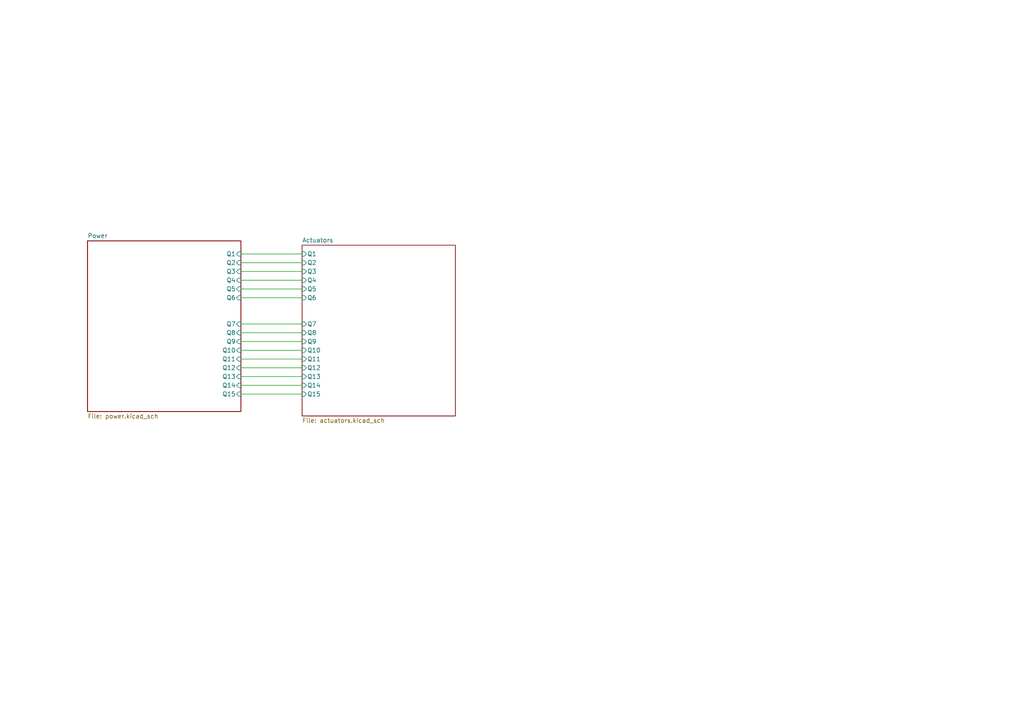
<source format=kicad_sch>
(kicad_sch (version 20230121) (generator eeschema)
  (paper "A4")
  (title_block (title "IntelliMate Prototype") (date "2023-05-15") (rev "0"))
  (lib_symbols)
  (wire (pts (xy 69.85 109.22) (xy 87.63 109.22)))
  (wire (pts (xy 69.85 83.82) (xy 87.63 83.82)))
  (wire (pts (xy 69.85 96.52) (xy 87.63 96.52)))
  (wire (pts (xy 69.85 99.06) (xy 87.63 99.06)))
  (wire (pts (xy 69.85 104.14) (xy 87.63 104.14)))
  (wire (pts (xy 69.85 76.2) (xy 87.63 76.2)))
  (wire (pts (xy 69.85 73.66) (xy 87.63 73.66)))
  (wire (pts (xy 69.85 111.76) (xy 87.63 111.76)))
  (wire (pts (xy 69.85 101.6) (xy 87.63 101.6)))
  (wire (pts (xy 69.85 78.74) (xy 87.63 78.74)))
  (wire (pts (xy 69.85 93.98) (xy 87.63 93.98)))
  (wire (pts (xy 69.85 114.3) (xy 87.63 114.3)))
  (wire (pts (xy 69.85 81.28) (xy 87.63 81.28)))
  (wire (pts (xy 69.85 106.68) (xy 87.63 106.68)))
  (wire (pts (xy 69.85 86.36) (xy 87.63 86.36)))
  (sheet (at 25.4 69.85) (size 44.45 49.53) (stroke (width 0.2))
    (property "Sheetname" "Power" (at 25.4 69.1146 0) (effects (justify left bottom)))
    (property "Sheetfile" "power.kicad_sch" (at 25.4 119.9884 0) (effects (justify left top)))
    (pin "Q3" input (at 69.85 78.74 0))
    (pin "Q2" input (at 69.85 76.2 0))
    (pin "Q5" input (at 69.85 83.82 0))
    (pin "Q4" input (at 69.85 81.28 0))
    (pin "Q1" input (at 69.85 73.66 0))
    (pin "Q8" input (at 69.85 96.52 0))
    (pin "Q10" input (at 69.85 101.6 0))
    (pin "Q11" input (at 69.85 104.14 0))
    (pin "Q7" input (at 69.85 93.98 0))
    (pin "Q9" input (at 69.85 99.06 0))
    (pin "Q6" input (at 69.85 86.36 0))
    (pin "Q12" input (at 69.85 106.68 0))
    (pin "Q15" input (at 69.85 114.3 0))
    (pin "Q13" input (at 69.85 109.22 0))
    (pin "Q14" input (at 69.85 111.76 0))
  )
  (sheet (at 87.63 71.12) (size 44.45 49.53) (stroke (width 0.1524))
    (property "Sheetname" "Actuators" (at 87.63 70.4084 0) (effects (justify left bottom)))
    (property "Sheetfile" "actuators.kicad_sch" (at 87.63 121.2346 0) (effects (justify left top)))
    (pin "Q1" input (at 87.63 73.66 180))
    (pin "Q6" input (at 87.63 86.36 180))
    (pin "Q4" input (at 87.63 81.28 180))
    (pin "Q5" input (at 87.63 83.82 180))
    (pin "Q10" input (at 87.63 101.6 180))
    (pin "Q11" input (at 87.63 104.14 180))
    (pin "Q12" input (at 87.63 106.68 180))
    (pin "Q13" input (at 87.63 109.22 180))
    (pin "Q14" input (at 87.63 111.76 180))
    (pin "Q7" input (at 87.63 93.98 180))
    (pin "Q8" input (at 87.63 96.52 180))
    (pin "Q9" input (at 87.63 99.06 180))
    (pin "Q15" input (at 87.63 114.3 180))
    (pin "Q2" input (at 87.63 76.2 180))
    (pin "Q3" input (at 87.63 78.74 180))
  )
)
</source>
